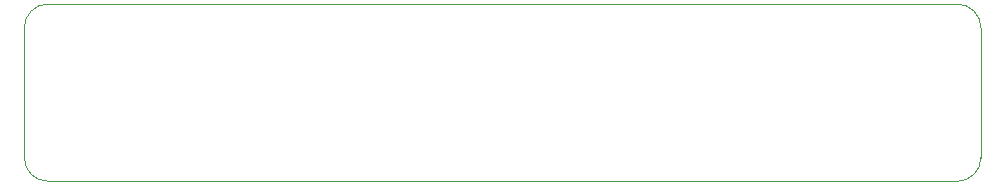
<source format=gbr>
G04 #@! TF.GenerationSoftware,KiCad,Pcbnew,7.0.6*
G04 #@! TF.CreationDate,2024-03-12T10:09:57+11:00*
G04 #@! TF.ProjectId,owts,6f777473-2e6b-4696-9361-645f70636258,1.2.0*
G04 #@! TF.SameCoordinates,Original*
G04 #@! TF.FileFunction,Profile,NP*
%FSLAX46Y46*%
G04 Gerber Fmt 4.6, Leading zero omitted, Abs format (unit mm)*
G04 Created by KiCad (PCBNEW 7.0.6) date 2024-03-12 10:09:57*
%MOMM*%
%LPD*%
G01*
G04 APERTURE LIST*
G04 #@! TA.AperFunction,Profile*
%ADD10C,0.050000*%
G04 #@! TD*
G04 APERTURE END LIST*
D10*
X104000000Y-102000000D02*
G75*
G03*
X102000000Y-100000000I-2000000J0D01*
G01*
X102000000Y-115000000D02*
G75*
G03*
X104000000Y-113000000I0J2000000D01*
G01*
X23000000Y-113000000D02*
G75*
G03*
X25000000Y-115000000I2000000J0D01*
G01*
X25000000Y-100000000D02*
G75*
G03*
X23000000Y-102000000I0J-2000000D01*
G01*
X23000000Y-113000000D02*
X23000000Y-102000000D01*
X102000000Y-115000000D02*
X25000000Y-115000000D01*
X104000000Y-113000000D02*
X104000000Y-102000000D01*
X102000000Y-100000000D02*
X25000000Y-100000000D01*
M02*

</source>
